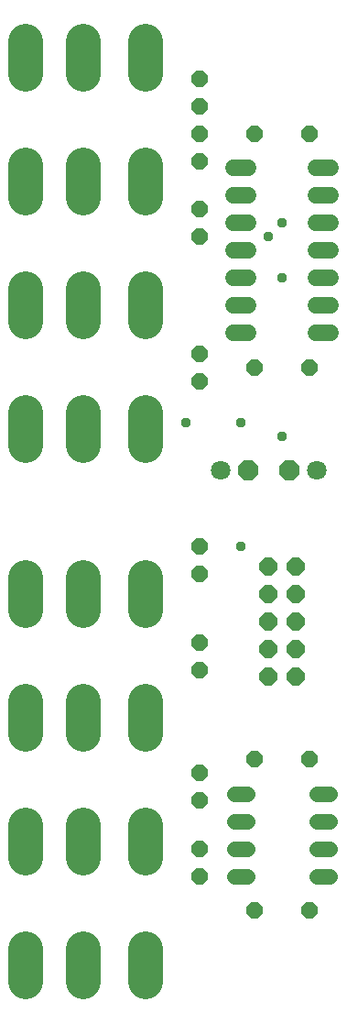
<source format=gts>
G04 EAGLE Gerber RS-274X export*
G75*
%MOMM*%
%FSLAX34Y34*%
%LPD*%
%INSoldermask Top*%
%IPPOS*%
%AMOC8*
5,1,8,0,0,1.08239X$1,22.5*%
G01*
%ADD10P,1.649562X8X22.500000*%
%ADD11P,1.649562X8X202.500000*%
%ADD12P,1.951982X8X22.500000*%
%ADD13C,1.803400*%
%ADD14P,1.951982X8X202.500000*%
%ADD15C,3.251200*%
%ADD16C,1.524000*%
%ADD17C,1.411200*%
%ADD18P,1.759533X8X112.500000*%
%ADD19P,1.649562X8X112.500000*%
%ADD20P,1.649562X8X292.500000*%
%ADD21C,0.959600*%


D10*
X228600Y596900D03*
X279400Y596900D03*
D11*
X279400Y812800D03*
X228600Y812800D03*
D10*
X228600Y95250D03*
X279400Y95250D03*
D11*
X279400Y234950D03*
X228600Y234950D03*
D12*
X222250Y501650D03*
D13*
X196850Y501650D03*
D14*
X260350Y501650D03*
D13*
X285750Y501650D03*
D15*
X70000Y867410D02*
X70000Y897890D01*
X17000Y897890D02*
X17000Y867410D01*
X128000Y867410D02*
X128000Y897890D01*
X70000Y783590D02*
X70000Y753110D01*
X17000Y753110D02*
X17000Y783590D01*
X128000Y783590D02*
X128000Y753110D01*
X70000Y669290D02*
X70000Y638810D01*
X17000Y638810D02*
X17000Y669290D01*
X128000Y669290D02*
X128000Y638810D01*
X70000Y554990D02*
X70000Y524510D01*
X17000Y524510D02*
X17000Y554990D01*
X128000Y554990D02*
X128000Y524510D01*
X70000Y402590D02*
X70000Y372110D01*
X17000Y372110D02*
X17000Y402590D01*
X128000Y402590D02*
X128000Y372110D01*
X70000Y288290D02*
X70000Y257810D01*
X17000Y257810D02*
X17000Y288290D01*
X128000Y288290D02*
X128000Y257810D01*
X70000Y173990D02*
X70000Y143510D01*
X17000Y143510D02*
X17000Y173990D01*
X128000Y173990D02*
X128000Y143510D01*
X70000Y59690D02*
X70000Y29210D01*
X17000Y29210D02*
X17000Y59690D01*
X128000Y59690D02*
X128000Y29210D01*
D16*
X285496Y628650D02*
X298704Y628650D01*
X298704Y654050D02*
X285496Y654050D01*
X285496Y781050D02*
X298704Y781050D01*
X222504Y781050D02*
X209296Y781050D01*
X285496Y679450D02*
X298704Y679450D01*
X298704Y704850D02*
X285496Y704850D01*
X285496Y755650D02*
X298704Y755650D01*
X298704Y730250D02*
X285496Y730250D01*
X222504Y755650D02*
X209296Y755650D01*
X209296Y730250D02*
X222504Y730250D01*
X222504Y704850D02*
X209296Y704850D01*
X209296Y679450D02*
X222504Y679450D01*
X222504Y654050D02*
X209296Y654050D01*
X209296Y628650D02*
X222504Y628650D01*
D17*
X286060Y127000D02*
X298140Y127000D01*
X298140Y152400D02*
X286060Y152400D01*
X286060Y177800D02*
X298140Y177800D01*
X298140Y203200D02*
X286060Y203200D01*
X221940Y203200D02*
X209860Y203200D01*
X209860Y177800D02*
X221940Y177800D01*
X221940Y152400D02*
X209860Y152400D01*
X209860Y127000D02*
X221940Y127000D01*
D18*
X266700Y311150D03*
X241300Y311150D03*
X266700Y336550D03*
X241300Y336550D03*
X266700Y361950D03*
X241300Y361950D03*
X266700Y387350D03*
X241300Y387350D03*
X266700Y412750D03*
X241300Y412750D03*
D19*
X177800Y787400D03*
X177800Y812800D03*
D20*
X177800Y742950D03*
X177800Y717550D03*
X177800Y609600D03*
X177800Y584200D03*
X177800Y342900D03*
X177800Y317500D03*
D19*
X177800Y196850D03*
X177800Y222250D03*
D20*
X177800Y152400D03*
X177800Y127000D03*
D19*
X177800Y406400D03*
X177800Y431800D03*
D20*
X177800Y863600D03*
X177800Y838200D03*
D21*
X254000Y533400D03*
X254000Y730250D03*
X254000Y679450D03*
X241300Y717550D03*
X215900Y431800D03*
X165100Y546100D03*
X215900Y546100D03*
M02*

</source>
